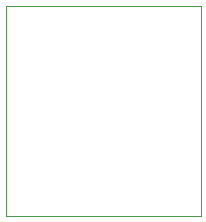
<source format=gbr>
%TF.GenerationSoftware,KiCad,Pcbnew,(6.0.1-0)*%
%TF.CreationDate,2023-01-23T11:43:20-05:00*%
%TF.ProjectId,Bias Coil Driver Full,42696173-2043-46f6-996c-204472697665,rev?*%
%TF.SameCoordinates,Original*%
%TF.FileFunction,Profile,NP*%
%FSLAX46Y46*%
G04 Gerber Fmt 4.6, Leading zero omitted, Abs format (unit mm)*
G04 Created by KiCad (PCBNEW (6.0.1-0)) date 2023-01-23 11:43:20*
%MOMM*%
%LPD*%
G01*
G04 APERTURE LIST*
%TA.AperFunction,Profile*%
%ADD10C,0.100000*%
%TD*%
G04 APERTURE END LIST*
D10*
X180975000Y-64135000D02*
X164465000Y-64135000D01*
X180975000Y-81915000D02*
X180975000Y-64135000D01*
X164465000Y-81915000D02*
X180975000Y-81915000D01*
X164465000Y-64135000D02*
X164465000Y-81915000D01*
M02*

</source>
